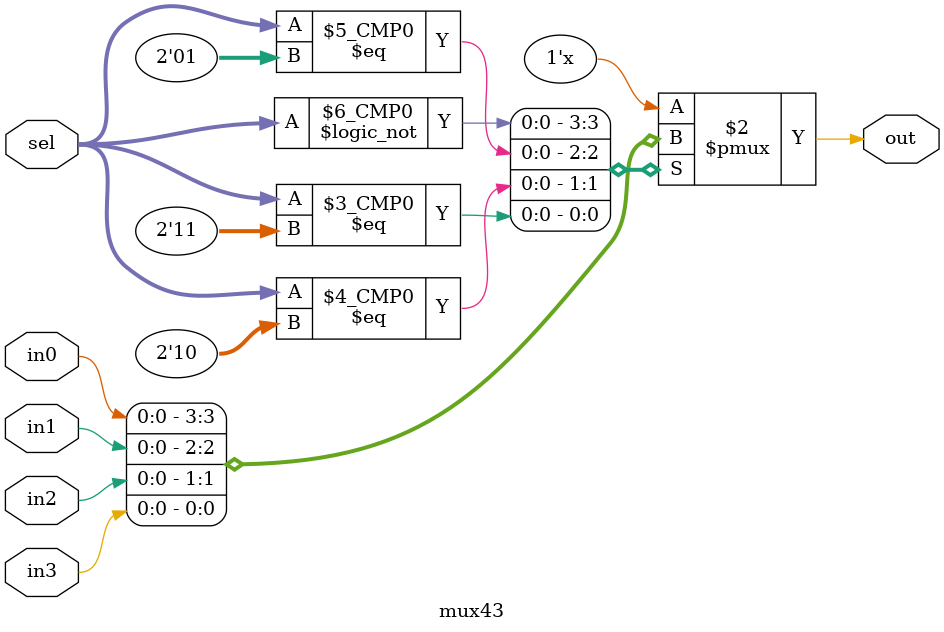
<source format=v>
module mux43 (input [3:0] in0, in1, in2, in3,
                     input [1:0] sel,
                     output reg out);

    always @* begin
        case(sel)
            2'b00: out = in0;
            2'b01: out = in1;
            2'b10: out = in2;
            2'b11: out = in3;
            default: out = 4'b0000; // Handle undefined case
        endcase
    end

endmodule

</source>
